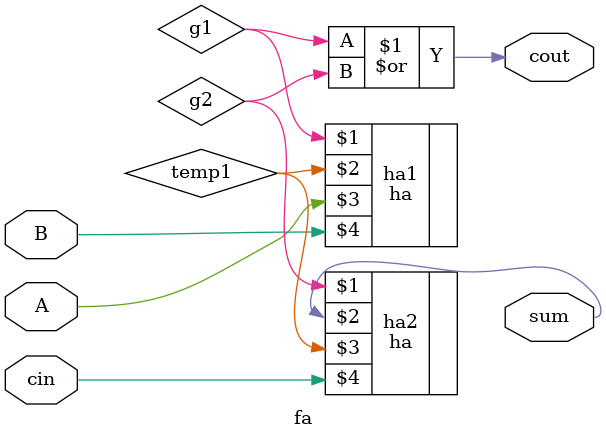
<source format=v>
module fa (cout, sum, A, B, cin);

    input A, B, cin;

    output sum, cout;

    ha ha1 (g1, temp1, A, B);
    ha ha2 (g2, sum, temp1, cin);
    or o1 (cout, g1, g2);

endmodule
</source>
